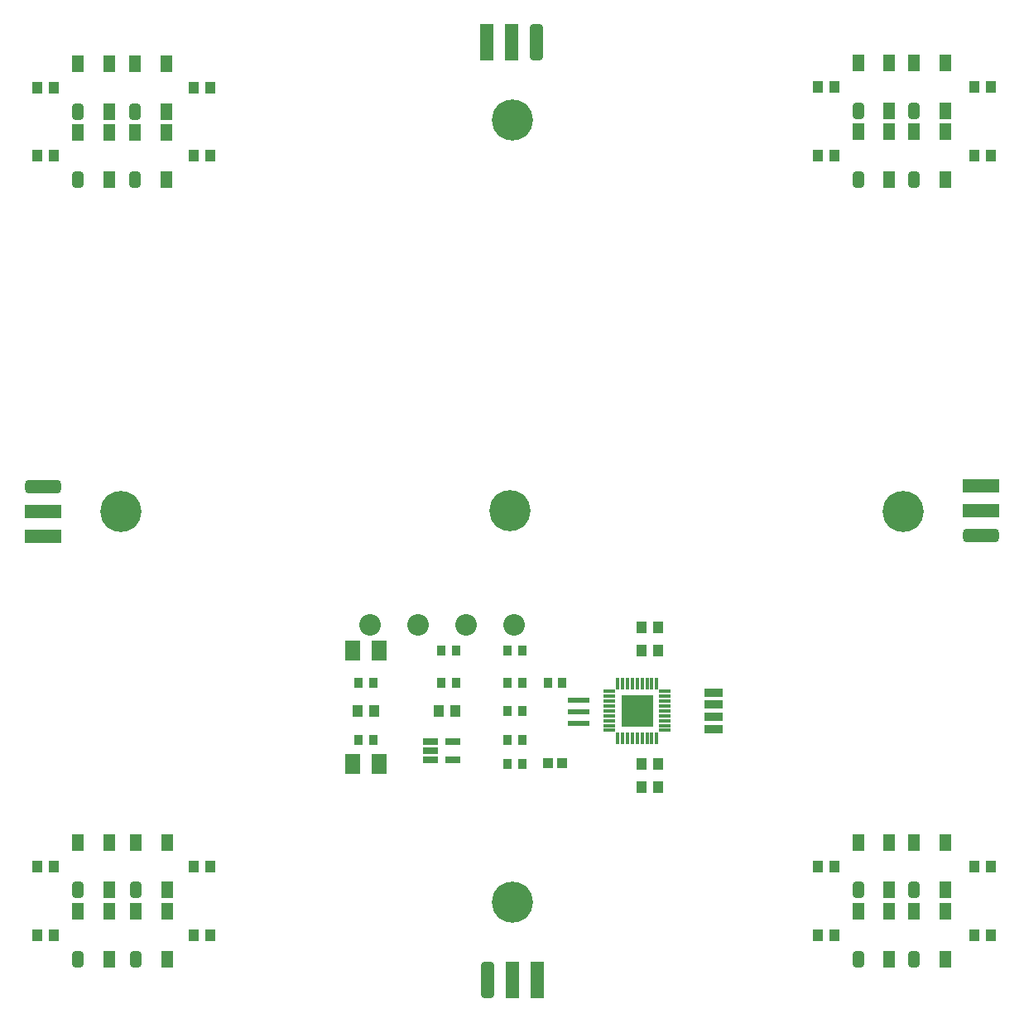
<source format=gts>
G04*
G04 #@! TF.GenerationSoftware,Altium Limited,Altium Designer,21.0.9 (235)*
G04*
G04 Layer_Color=8388736*
%FSLAX44Y44*%
%MOMM*%
G71*
G04*
G04 #@! TF.SameCoordinates,F2811E86-CD87-417F-9349-FFAEB9FC674C*
G04*
G04*
G04 #@! TF.FilePolarity,Negative*
G04*
G01*
G75*
%ADD37R,1.2032X1.7032*%
G04:AMPARAMS|DCode=38|XSize=1.7032mm|YSize=1.2032mm|CornerRadius=0.3516mm|HoleSize=0mm|Usage=FLASHONLY|Rotation=90.000|XOffset=0mm|YOffset=0mm|HoleType=Round|Shape=RoundedRectangle|*
%AMROUNDEDRECTD38*
21,1,1.7032,0.5000,0,0,90.0*
21,1,1.0000,1.2032,0,0,90.0*
1,1,0.7032,0.2500,0.5000*
1,1,0.7032,0.2500,-0.5000*
1,1,0.7032,-0.2500,-0.5000*
1,1,0.7032,-0.2500,0.5000*
%
%ADD38ROUNDEDRECTD38*%
G04:AMPARAMS|DCode=39|XSize=1.4032mm|YSize=3.7032mm|CornerRadius=0.4016mm|HoleSize=0mm|Usage=FLASHONLY|Rotation=0.000|XOffset=0mm|YOffset=0mm|HoleType=Round|Shape=RoundedRectangle|*
%AMROUNDEDRECTD39*
21,1,1.4032,2.9000,0,0,0.0*
21,1,0.6000,3.7032,0,0,0.0*
1,1,0.8032,0.3000,-1.4500*
1,1,0.8032,-0.3000,-1.4500*
1,1,0.8032,-0.3000,1.4500*
1,1,0.8032,0.3000,1.4500*
%
%ADD39ROUNDEDRECTD39*%
%ADD40R,1.4032X3.7032*%
%ADD41R,1.0032X1.2032*%
G04:AMPARAMS|DCode=42|XSize=1.4032mm|YSize=3.7032mm|CornerRadius=0.4016mm|HoleSize=0mm|Usage=FLASHONLY|Rotation=270.000|XOffset=0mm|YOffset=0mm|HoleType=Round|Shape=RoundedRectangle|*
%AMROUNDEDRECTD42*
21,1,1.4032,2.9000,0,0,270.0*
21,1,0.6000,3.7032,0,0,270.0*
1,1,0.8032,-1.4500,-0.3000*
1,1,0.8032,-1.4500,0.3000*
1,1,0.8032,1.4500,0.3000*
1,1,0.8032,1.4500,-0.3000*
%
%ADD42ROUNDEDRECTD42*%
%ADD43R,3.7032X1.4032*%
%ADD44R,0.9032X1.1032*%
%ADD45R,1.5832X2.0232*%
%ADD46R,1.5240X0.7620*%
%ADD47R,1.0032X1.0032*%
%ADD48R,1.2832X0.4632*%
%ADD49R,0.4632X1.2832*%
%ADD50R,3.2032X3.2032*%
%ADD51R,2.2032X0.6032*%
%ADD52C,2.2032*%
%ADD53C,4.2032*%
%ADD54R,1.9032X0.9032*%
D37*
X88000Y839000D02*
D03*
Y888000D02*
D03*
X56000D02*
D03*
X146530Y839000D02*
D03*
Y888000D02*
D03*
X114530D02*
D03*
X146530Y909063D02*
D03*
Y958063D02*
D03*
X114530D02*
D03*
X88000Y909063D02*
D03*
Y958063D02*
D03*
X56000D02*
D03*
X854000Y958500D02*
D03*
X886000D02*
D03*
Y909500D02*
D03*
X911000Y958500D02*
D03*
X943000D02*
D03*
Y909500D02*
D03*
X56000Y161500D02*
D03*
X88000D02*
D03*
Y112500D02*
D03*
X115000Y161500D02*
D03*
X147000D02*
D03*
Y112500D02*
D03*
X56000Y90500D02*
D03*
X88000D02*
D03*
Y41500D02*
D03*
X115000Y90500D02*
D03*
X147000D02*
D03*
Y41500D02*
D03*
X854000Y161500D02*
D03*
X886000D02*
D03*
Y112500D02*
D03*
X911000Y161500D02*
D03*
X943000D02*
D03*
Y112500D02*
D03*
X854000Y91000D02*
D03*
X886000D02*
D03*
Y42000D02*
D03*
X911000Y91000D02*
D03*
X943000D02*
D03*
Y42000D02*
D03*
X854000Y888500D02*
D03*
X886000D02*
D03*
Y839500D02*
D03*
X911000Y888500D02*
D03*
X943000D02*
D03*
Y839500D02*
D03*
D38*
X56000Y839000D02*
D03*
X114530D02*
D03*
Y909063D02*
D03*
X56000D02*
D03*
X854000Y909500D02*
D03*
X911000D02*
D03*
X56000Y112500D02*
D03*
X115000D02*
D03*
X56000Y41500D02*
D03*
X115000D02*
D03*
X854000Y112500D02*
D03*
X911000D02*
D03*
X854000Y42000D02*
D03*
X911000D02*
D03*
X854000Y839500D02*
D03*
X911000D02*
D03*
D39*
X475002Y20278D02*
D03*
X524998Y979722D02*
D03*
D40*
X525802Y20278D02*
D03*
X500402D02*
D03*
X474198Y979722D02*
D03*
X499598D02*
D03*
D41*
X812500Y864000D02*
D03*
X829500D02*
D03*
X972500D02*
D03*
X989500D02*
D03*
X812500Y934000D02*
D03*
X829500D02*
D03*
X972500D02*
D03*
X989500D02*
D03*
X14500Y137000D02*
D03*
X31500D02*
D03*
X174500D02*
D03*
X191500D02*
D03*
X14500Y66000D02*
D03*
X31500D02*
D03*
X174500D02*
D03*
X191500D02*
D03*
X342190Y295900D02*
D03*
X359190D02*
D03*
X632500Y381000D02*
D03*
X649500D02*
D03*
X632500Y242000D02*
D03*
X649500D02*
D03*
X632500Y218000D02*
D03*
X649500D02*
D03*
X425288Y295900D02*
D03*
X442288D02*
D03*
X632500Y358000D02*
D03*
X649500D02*
D03*
X812500Y137000D02*
D03*
X829500D02*
D03*
X972500D02*
D03*
X989500D02*
D03*
X812500Y66500D02*
D03*
X829500D02*
D03*
X972500D02*
D03*
X989500D02*
D03*
X14500Y863500D02*
D03*
X31500D02*
D03*
X174500D02*
D03*
X191500D02*
D03*
X14500Y933563D02*
D03*
X31500D02*
D03*
X174500D02*
D03*
X191500D02*
D03*
D42*
X20016Y524998D02*
D03*
X979984Y475002D02*
D03*
D43*
X20016Y474198D02*
D03*
Y499598D02*
D03*
X979984Y525802D02*
D03*
Y500402D02*
D03*
D44*
X358190Y324400D02*
D03*
X343190D02*
D03*
X358190Y266400D02*
D03*
X343190D02*
D03*
X510500D02*
D03*
X495500D02*
D03*
X510500Y242000D02*
D03*
X495500D02*
D03*
X510500Y295900D02*
D03*
X495500D02*
D03*
X551500Y324400D02*
D03*
X536500D02*
D03*
X510500D02*
D03*
X495500D02*
D03*
X510500Y358000D02*
D03*
X495500D02*
D03*
X427788Y358000D02*
D03*
X442788D02*
D03*
X427788Y324400D02*
D03*
X442788D02*
D03*
D45*
X337000Y242000D02*
D03*
X364380D02*
D03*
X337000Y358000D02*
D03*
X364380D02*
D03*
D46*
X416316Y264398D02*
D03*
Y255000D02*
D03*
Y245602D02*
D03*
X439684D02*
D03*
Y264398D02*
D03*
D47*
X551500Y242242D02*
D03*
X536500D02*
D03*
D48*
X599850Y315900D02*
D03*
Y310900D02*
D03*
Y305900D02*
D03*
Y300900D02*
D03*
Y295900D02*
D03*
Y290900D02*
D03*
Y285900D02*
D03*
Y280900D02*
D03*
Y275900D02*
D03*
X656150D02*
D03*
Y280900D02*
D03*
Y285900D02*
D03*
Y290900D02*
D03*
Y295900D02*
D03*
Y300900D02*
D03*
Y305900D02*
D03*
Y310900D02*
D03*
Y315900D02*
D03*
D49*
X613000Y267750D02*
D03*
X618000D02*
D03*
X623000D02*
D03*
X628000D02*
D03*
X633000D02*
D03*
X638000D02*
D03*
X643000D02*
D03*
X648000D02*
D03*
Y324050D02*
D03*
X643000D02*
D03*
X638000D02*
D03*
X633000D02*
D03*
X628000D02*
D03*
X623000D02*
D03*
X618000D02*
D03*
X613000D02*
D03*
X608000Y267750D02*
D03*
Y324050D02*
D03*
D50*
X628000Y295900D02*
D03*
D51*
X568000Y282766D02*
D03*
Y294766D02*
D03*
Y306766D02*
D03*
D52*
X403990Y384000D02*
D03*
X354980D02*
D03*
X502100D02*
D03*
X453000D02*
D03*
D53*
X100000Y500000D02*
D03*
X498000Y501000D02*
D03*
X500000Y900000D02*
D03*
Y100000D02*
D03*
X900000Y500000D02*
D03*
D54*
X706500Y314650D02*
D03*
Y302150D02*
D03*
Y289650D02*
D03*
Y277150D02*
D03*
M02*

</source>
